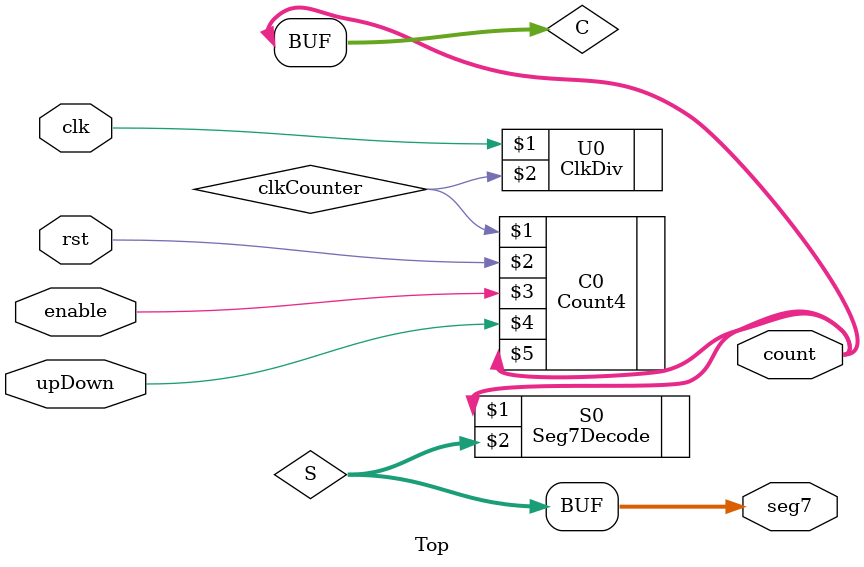
<source format=v>
`include "MDSD//Lab5//4bitwith7seg//Seg7Decode.v"
`include "MDSD//Lab5//4bitwith7seg//Count4.v"
`include "MDSD//Lab5//4bitwith7seg//ClkDiv.v"

module Top(clk, rst, enable, upDown, count, seg7);
// count[3:0] output included for convenience in debug and testbenches
	input clk, rst, enable, upDown;
	output [3:0] count;
	reg [3:0] count;
	output [6:0] seg7;
	reg [6:0] seg7;
	
    wire clkCounter;  // divided clock for Counter module
	wire [3:0] C;
	wire [6:0] S;
	ClkDiv U0 (clk, clkCounter);
	
	Count4 C0 (clkCounter, rst, enable, upDown, C);

	always @(C) begin
		count = C;
	end

	Seg7Decode S0 (count, S);

	always @(S) begin
		seg7 = S;
	end

	// Add code here to instantiate and connect the three modules together structurally

	
endmodule

</source>
